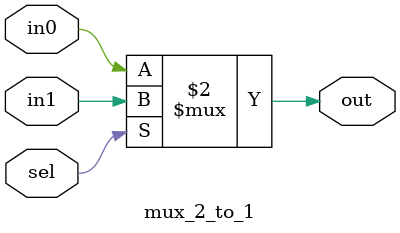
<source format=v>
module mux_2_to_1 (
	input wire in1, in0,sel,
	output reg out
	);

always @(*) begin
	out=(sel)? in1: in0;
end
endmodule
</source>
